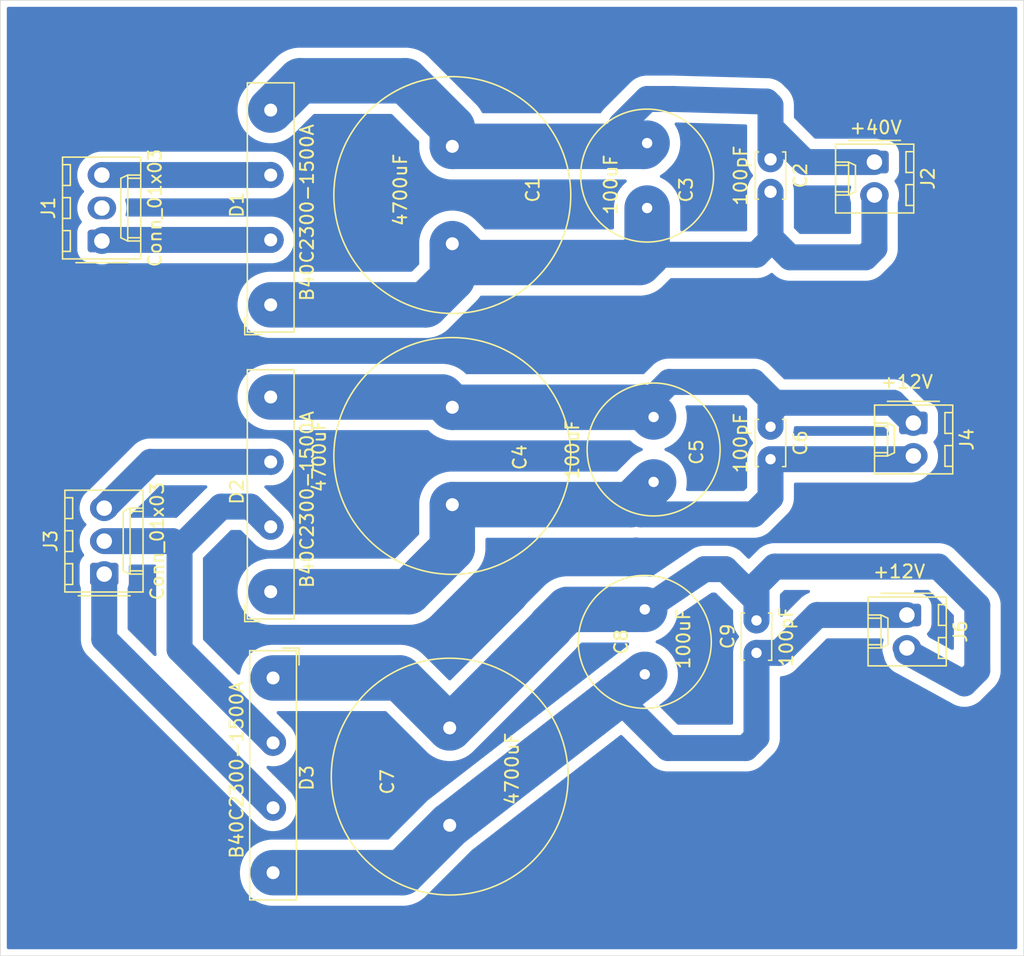
<source format=kicad_pcb>
(kicad_pcb (version 20240108) (generator "pcbnew") (generator_version "8.0")
  (layers (0 "F.Cu" signal) (31 "B.Cu" signal) (34 "B.Paste" user) (35 "F.Paste" user) (36 "B.SilkS" user "B.Silkscreen") (37 "F.SilkS" user "F.Silkscreen") (38 "B.Mask" user) (39 "F.Mask" user) (44 "Edge.Cuts" user))
  (net 0 "")
  (net 1 "Net-(D1-+)")
  (net 2 "Net-(D1--)")
  (net 3 "Net-(D2--)")
  (net 4 "Net-(D2-+)")
  (net 5 "Net-(D3--)")
  (net 6 "Net-(D3-+)")
  (net 7 "Net-(J1-Pin_1)")
  (net 8 "Net-(J1-Pin_3)")
  (net 9 "Net-(J3-Pin_3)")
  (net 10 "Net-(J3-Pin_2)")
  (net 11 "Net-(J3-Pin_1)")
  (footprint "Capacitor_THT:C_Radial_D10.0mm_H16.0mm_P5.00mm" (layer "F.Cu") (at 71.9 63.9 -90)
    (property "Reference" "C5" (at 2.7 -3.3 90) (layer "F.SilkS"))
    (property "Value" "100uF" (at 2.5 6.25 90) (layer "F.SilkS"))
    (fp_circle (center 2.5 0) (end 7.62 0) (stroke (width 0.12)) (fill none) (layer "F.SilkS"))
    (pad "1" thru_hole circle (at 0 0 270) (size 1.6 1.6) (drill 0.8) (layers "*.Cu" "*.Mask") (net 4 "Net-(D2-+)"))
    (pad "2" thru_hole circle (at 5 0 270) (size 1.6 1.6) (drill 0.8) (layers "*.Cu" "*.Mask") (net 3 "Net-(D2--)"))
  )
  (footprint "Capacitor_THT:C_Radial_D18.0mm_H35.5mm_P7.50mm" (layer "F.Cu") (at 56.2 95.35 90)
    (property "Reference" "C7" (at 3.35 -4.8 -90) (layer "F.SilkS"))
    (property "Value" "4700uF" (at 4.35 4.8 -90) (layer "F.SilkS"))
    (fp_circle (center 3.75 0) (end 12.87 0) (stroke (width 0.12)) (fill none) (layer "F.SilkS"))
    (pad "1" thru_hole circle (at 0 0 90) (size 2 2) (drill 1) (layers "*.Cu" "*.Mask") (net 6 "Net-(D3-+)"))
    (pad "2" thru_hole circle (at 7.5 0 90) (size 2 2) (drill 1) (layers "*.Cu" "*.Mask") (net 5 "Net-(D3--)"))
  )
  (footprint "Diode_THT:Diode_Bridge_19.0x3.5x10.0mm_P5.0mm" (layer "F.Cu") (at 42.4175 55.2575 90)
    (property "Reference" "D1" (at 7.7 -2.6 -90) (layer "F.SilkS"))
    (property "Value" "B40C2300-1500A" (at 7.1 2.8 -90) (layer "F.SilkS"))
    (fp_line (start -2.3 -2) (end -1 -2) (stroke (width 0.12)) (layer "F.SilkS"))
    (fp_line (start 17.1 -1.8) (end 17.1 1.8) (stroke (width 0.12)) (layer "F.SilkS"))
    (fp_line (start -2.1 -1.8) (end 17.1 -1.8) (stroke (width 0.12)) (layer "F.SilkS"))
    (fp_line (start -2.3 -0.7) (end -2.3 -2) (stroke (width 0.12)) (layer "F.SilkS"))
    (fp_line (start 17.1 1.8) (end -2.1 1.8) (stroke (width 0.12)) (layer "F.SilkS"))
    (fp_line (start -2.1 1.8) (end -2.1 -1.8) (stroke (width 0.12)) (layer "F.SilkS"))
    (pad "1" thru_hole rect (at 0 0 90) (size 2 2) (drill 1) (layers "*.Cu" "*.Mask") (net 2 "Net-(D1--)"))
    (pad "2" thru_hole circle (at 5 0 90) (size 2 2) (drill 1) (layers "*.Cu" "*.Mask") (net 7 "Net-(J1-Pin_1)"))
    (pad "3" thru_hole circle (at 10 0 90) (size 2 2) (drill 1) (layers "*.Cu" "*.Mask") (net 8 "Net-(J1-Pin_3)"))
    (pad "4" thru_hole circle (at 15 0 90) (size 2 2) (drill 1) (layers "*.Cu" "*.Mask") (net 1 "Net-(D1-+)"))
  )
  (footprint "Capacitor_THT:C_Radial_D10.0mm_H16.0mm_P5.00mm" (layer "F.Cu") (at 71.4 42.8 -90)
    (property "Reference" "C3" (at 3.6 -3 90) (layer "F.SilkS"))
    (property "Value" "100uF" (at 3.2 2.8 90) (layer "F.SilkS"))
    (fp_circle (center 2.5 0) (end 7.62 0) (stroke (width 0.12)) (fill none) (layer "F.SilkS"))
    (pad "1" thru_hole circle (at 0 0 270) (size 1.6 1.6) (drill 0.8) (layers "*.Cu" "*.Mask") (net 1 "Net-(D1-+)"))
    (pad "2" thru_hole circle (at 5 0 270) (size 1.6 1.6) (drill 0.8) (layers "*.Cu" "*.Mask") (net 2 "Net-(D1--)"))
  )
  (footprint "Capacitor_THT:C_Radial_D18.0mm_H35.5mm_P7.50mm" (layer "F.Cu") (at 56.4 63.15 -90)
    (property "Reference" "C4" (at 3.85 -5.2 90) (layer "F.SilkS"))
    (property "Value" "4700uF" (at 3.75 10.25 90) (layer "F.SilkS"))
    (fp_circle (center 3.75 0) (end 12.87 0) (stroke (width 0.12)) (fill none) (layer "F.SilkS"))
    (pad "1" thru_hole circle (at 0 0 270) (size 2 2) (drill 1) (layers "*.Cu" "*.Mask") (net 4 "Net-(D2-+)"))
    (pad "2" thru_hole circle (at 7.5 0 270) (size 2 2) (drill 1) (layers "*.Cu" "*.Mask") (net 3 "Net-(D2--)"))
  )
  (footprint "Connector_Molex:Molex_KK-254_AE-6410-02A_1x02_P2.54mm_Vertical" (layer "F.Cu") (at 91.4 79.15 -90)
    (property "Reference" "J6" (at 1.27 -4.12 90) (layer "F.SilkS"))
    (property "Value" "+12V" (at -3.35 0.6 180) (layer "F.SilkS"))
    (fp_line (start -1.38 2.99) (end 3.92 2.99) (stroke (width 0.12)) (layer "F.SilkS"))
    (fp_line (start 0 2.99) (end 0 1.99) (stroke (width 0.12)) (layer "F.SilkS"))
    (fp_line (start 0.25 2.99) (end 0.25 1.99) (stroke (width 0.12)) (layer "F.SilkS"))
    (fp_line (start 2.29 2.99) (end 2.29 1.99) (stroke (width 0.12)) (layer "F.SilkS"))
    (fp_line (start 3.92 2.99) (end 3.92 -3.03) (stroke (width 0.12)) (layer "F.SilkS"))
    (fp_line (start 0 1.99) (end 2.54 1.99) (stroke (width 0.12)) (layer "F.SilkS"))
    (fp_line (start 0 1.99) (end 0.25 1.46) (stroke (width 0.12)) (layer "F.SilkS"))
    (fp_line (start 2.54 1.99) (end 2.54 2.99) (stroke (width 0.12)) (layer "F.SilkS"))
    (fp_line (start 0.25 1.46) (end 2.29 1.46) (stroke (width 0.12)) (layer "F.SilkS"))
    (fp_line (start 2.29 1.46) (end 2.54 1.99) (stroke (width 0.12)) (layer "F.SilkS"))
    (fp_line (start -1.67 -2) (end -1.67 2) (stroke (width 0.12)) (layer "F.SilkS"))
    (fp_line (start -0.8 -2.43) (end 0.8 -2.43) (stroke (width 0.12)) (layer "F.SilkS"))
    (fp_line (start 0.8 -2.43) (end 0.8 -3.03) (stroke (width 0.12)) (layer "F.SilkS"))
    (fp_line (start 1.74 -2.43) (end 3.34 -2.43) (stroke (width 0.12)) (layer "F.SilkS"))
    (fp_line (start 3.34 -2.43) (end 3.34 -3.03) (stroke (width 0.12)) (layer "F.SilkS"))
    (fp_line (start -1.38 -3.03) (end -1.38 2.99) (stroke (width 0.12)) (layer "F.SilkS"))
    (fp_line (start -0.8 -3.03) (end -0.8 -2.43) (stroke (width 0.12)) (layer "F.SilkS"))
    (fp_line (start 1.74 -3.03) (end 1.74 -2.43) (stroke (width 0.12)) (layer "F.SilkS"))
    (fp_line (start 3.92 -3.03) (end -1.38 -3.03) (stroke (width 0.12)) (layer "F.SilkS"))
    (pad "1" thru_hole roundrect (at 0 0 270) (size 1.74 2.19) (drill 1.19) (layers "*.Cu" "*.Mask") (roundrect_rratio 0.143678) (net 6 "Net-(D3-+)"))
    (pad "2" thru_hole oval (at 2.54 0 270) (size 1.74 2.19) (drill 1.19) (layers "*.Cu" "*.Mask") (net 5 "Net-(D3--)"))
  )
  (footprint "Diode_THT:Diode_Bridge_19.0x3.5x10.0mm_P5.0mm" (layer "F.Cu") (at 42.6 84 -90)
    (property "Reference" "D3" (at 7.7 -2.6 90) (layer "F.SilkS"))
    (property "Value" "B40C2300-1500A" (at 7.1 2.8 90) (layer "F.SilkS"))
    (fp_line (start -2.1 1.8) (end -2.1 -1.8) (stroke (width 0.12)) (layer "F.SilkS"))
    (fp_line (start 17.1 1.8) (end -2.1 1.8) (stroke (width 0.12)) (layer "F.SilkS"))
    (fp_line (start -2.3 -0.7) (end -2.3 -2) (stroke (width 0.12)) (layer "F.SilkS"))
    (fp_line (start -2.1 -1.8) (end 17.1 -1.8) (stroke (width 0.12)) (layer "F.SilkS"))
    (fp_line (start 17.1 -1.8) (end 17.1 1.8) (stroke (width 0.12)) (layer "F.SilkS"))
    (fp_line (start -2.3 -2) (end -1 -2) (stroke (width 0.12)) (layer "F.SilkS"))
    (pad "1" thru_hole rect (at 0 0 270) (size 2 2) (drill 1) (layers "*.Cu" "*.Mask") (net 5 "Net-(D3--)"))
    (pad "2" thru_hole circle (at 5 0 270) (size 2 2) (drill 1) (layers "*.Cu" "*.Mask") (net 10 "Net-(J3-Pin_2)"))
    (pad "3" thru_hole circle (at 10 0 270) (size 2 2) (drill 1) (layers "*.Cu" "*.Mask") (net 11 "Net-(J3-Pin_1)"))
    (pad "4" thru_hole circle (at 15 0 270) (size 2 2) (drill 1) (layers "*.Cu" "*.Mask") (net 6 "Net-(D3-+)"))
  )
  (footprint "Capacitor_THT:C_Disc_D3.4mm_W2.1mm_P2.50mm" (layer "F.Cu") (at 80.9 44.05 -90)
    (property "Reference" "C2" (at 1.25 -2.3 90) (layer "F.SilkS"))
    (property "Value" "100pF" (at 1.25 2.3 90) (layer "F.SilkS"))
    (fp_line (start -0.57 1.17) (end 3.07 1.17) (stroke (width 0.12)) (layer "F.SilkS"))
    (fp_line (start -0.57 0.925) (end -0.57 1.17) (stroke (width 0.12)) (layer "F.SilkS"))
    (fp_line (start 3.07 0.925) (end 3.07 1.17) (stroke (width 0.12)) (layer "F.SilkS"))
    (fp_line (start -0.57 -1.17) (end -0.57 -0.925) (stroke (width 0.12)) (layer "F.SilkS"))
    (fp_line (start -0.57 -1.17) (end 3.07 -1.17) (stroke (width 0.12)) (layer "F.SilkS"))
    (fp_line (start 3.07 -1.17) (end 3.07 -0.925) (stroke (width 0.12)) (layer "F.SilkS"))
    (pad "1" thru_hole circle (at 0 0 270) (size 1.6 1.6) (drill 0.95) (layers "*.Cu" "*.Mask") (net 1 "Net-(D1-+)"))
    (pad "2" thru_hole circle (at 2.5 0 270) (size 1.6 1.6) (drill 0.95) (layers "*.Cu" "*.Mask") (net 2 "Net-(D1--)"))
  )
  (footprint "Capacitor_THT:C_Radial_D10.0mm_H16.0mm_P5.00mm" (layer "F.Cu") (at 71.22 83.72 90)
    (property "Reference" "C8" (at 2.5 -1.82 -90) (layer "F.SilkS"))
    (property "Value" "100uF" (at 2.72 2.98 -90) (layer "F.SilkS"))
    (fp_circle (center 2.5 0) (end 7.62 0) (stroke (width 0.12)) (fill none) (layer "F.SilkS"))
    (pad "1" thru_hole circle (at 0 0 90) (size 1.6 1.6) (drill 0.8) (layers "*.Cu" "*.Mask") (net 6 "Net-(D3-+)"))
    (pad "2" thru_hole circle (at 5 0 90) (size 1.6 1.6) (drill 0.8) (layers "*.Cu" "*.Mask") (net 5 "Net-(D3--)"))
  )
  (footprint "Capacitor_THT:C_Disc_D3.4mm_W2.1mm_P2.50mm" (layer "F.Cu") (at 80.9 64.65 -90)
    (property "Reference" "C6" (at 1.25 -2.3 90) (layer "F.SilkS"))
    (property "Value" "100pF" (at 1.25 2.3 90) (layer "F.SilkS"))
    (fp_line (start -0.57 1.17) (end 3.07 1.17) (stroke (width 0.12)) (layer "F.SilkS"))
    (fp_line (start -0.57 0.925) (end -0.57 1.17) (stroke (width 0.12)) (layer "F.SilkS"))
    (fp_line (start 3.07 0.925) (end 3.07 1.17) (stroke (width 0.12)) (layer "F.SilkS"))
    (fp_line (start -0.57 -1.17) (end -0.57 -0.925) (stroke (width 0.12)) (layer "F.SilkS"))
    (fp_line (start -0.57 -1.17) (end 3.07 -1.17) (stroke (width 0.12)) (layer "F.SilkS"))
    (fp_line (start 3.07 -1.17) (end 3.07 -0.925) (stroke (width 0.12)) (layer "F.SilkS"))
    (pad "1" thru_hole circle (at 0 0 270) (size 1.6 1.6) (drill 0.8) (layers "*.Cu" "*.Mask") (net 4 "Net-(D2-+)"))
    (pad "2" thru_hole circle (at 2.5 0 270) (size 1.6 1.6) (drill 0.8) (layers "*.Cu" "*.Mask") (net 3 "Net-(D2--)"))
  )
  (footprint "Connector_Molex:Molex_KK-254_AE-6410-03A_1x03_P2.54mm_Vertical" (layer "F.Cu") (at 29.42 50.34 90)
    (property "Reference" "J1" (at 2.54 -4.12 -90) (layer "F.SilkS"))
    (property "Value" "Conn_01x03" (at 2.54 4.08 -90) (layer "F.SilkS"))
    (fp_line (start 6.46 -3.03) (end -1.38 -3.03) (stroke (width 0.12)) (layer "F.SilkS"))
    (fp_line (start 4.28 -3.03) (end 4.28 -2.43) (stroke (width 0.12)) (layer "F.SilkS"))
    (fp_line (start 1.74 -3.03) (end 1.74 -2.43) (stroke (width 0.12)) (layer "F.SilkS"))
    (fp_line (start -0.8 -3.03) (end -0.8 -2.43) (stroke (width 0.12)) (layer "F.SilkS"))
    (fp_line (start -1.38 -3.03) (end -1.38 2.99) (stroke (width 0.12)) (layer "F.SilkS"))
    (fp_line (start 5.88 -2.43) (end 5.88 -3.03) (stroke (width 0.12)) (layer "F.SilkS"))
    (fp_line (start 4.28 -2.43) (end 5.88 -2.43) (stroke (width 0.12)) (layer "F.SilkS"))
    (fp_line (start 3.34 -2.43) (end 3.34 -3.03) (stroke (width 0.12)) (layer "F.SilkS"))
    (fp_line (start 1.74 -2.43) (end 3.34 -2.43) (stroke (width 0.12)) (layer "F.SilkS"))
    (fp_line (start 0.8 -2.43) (end 0.8 -3.03) (stroke (width 0.12)) (layer "F.SilkS"))
    (fp_line (start -0.8 -2.43) (end 0.8 -2.43) (stroke (width 0.12)) (layer "F.SilkS"))
    (fp_line (start -1.67 -2) (end -1.67 2) (stroke (width 0.12)) (layer "F.SilkS"))
    (fp_line (start 4.83 1.46) (end 5.08 1.99) (stroke (width 0.12)) (layer "F.SilkS"))
    (fp_line (start 0.25 1.46) (end 4.83 1.46) (stroke (width 0.12)) (layer "F.SilkS"))
    (fp_line (start 5.08 1.99) (end 5.08 2.99) (stroke (width 0.12)) (layer "F.SilkS"))
    (fp_line (start 0 1.99) (end 0.25 1.46) (stroke (width 0.12)) (layer "F.SilkS"))
    (fp_line (start 0 1.99) (end 5.08 1.99) (stroke (width 0.12)) (layer "F.SilkS"))
    (fp_line (start 6.46 2.99) (end 6.46 -3.03) (stroke (width 0.12)) (layer "F.SilkS"))
    (fp_line (start 4.83 2.99) (end 4.83 1.99) (stroke (width 0.12)) (layer "F.SilkS"))
    (fp_line (start 0.25 2.99) (end 0.25 1.99) (stroke (width 0.12)) (layer "F.SilkS"))
    (fp_line (start 0 2.99) (end 0 1.99) (stroke (width 0.12)) (layer "F.SilkS"))
    (fp_line (start -1.38 2.99) (end 6.46 2.99) (stroke (width 0.12)) (layer "F.SilkS"))
    (pad "1" thru_hole roundrect (at 0 0 90) (size 1.74 2.19) (drill 1.19) (layers "*.Cu" "*.Mask") (roundrect_rratio 0.143678) (net 7 "Net-(J1-Pin_1)"))
    (pad "2" thru_hole oval (at 2.54 0 90) (size 1.74 2.19) (drill 1.19) (layers "*.Cu" "*.Mask"))
    (pad "3" thru_hole oval (at 5.08 0 90) (size 1.74 2.19) (drill 1.19) (layers "*.Cu" "*.Mask") (net 8 "Net-(J1-Pin_3)"))
  )
  (footprint "Capacitor_THT:C_Disc_D3.4mm_W2.1mm_P2.50mm" (layer "F.Cu") (at 79.82 82.07 90)
    (property "Reference" "C9" (at 1.27 -2.22 -90) (layer "F.SilkS"))
    (property "Value" "100pF" (at 1.25 2.3 -90) (layer "F.SilkS"))
    (fp_line (start 3.07 -1.17) (end 3.07 -0.925) (stroke (width 0.12)) (layer "F.SilkS"))
    (fp_line (start -0.57 -1.17) (end 3.07 -1.17) (stroke (width 0.12)) (layer "F.SilkS"))
    (fp_line (start -0.57 -1.17) (end -0.57 -0.925) (stroke (width 0.12)) (layer "F.SilkS"))
    (fp_line (start 3.07 0.925) (end 3.07 1.17) (stroke (width 0.12)) (layer "F.SilkS"))
    (fp_line (start -0.57 0.925) (end -0.57 1.17) (stroke (width 0.12)) (layer "F.SilkS"))
    (fp_line (start -0.57 1.17) (end 3.07 1.17) (stroke (width 0.12)) (layer "F.SilkS"))
    (pad "1" thru_hole circle (at 0 0 90) (size 1.6 1.6) (drill 0.8) (layers "*.Cu" "*.Mask") (net 6 "Net-(D3-+)"))
    (pad "2" thru_hole circle (at 2.5 0 90) (size 1.6 1.6) (drill 0.8) (layers "*.Cu" "*.Mask") (net 5 "Net-(D3--)"))
  )
  (footprint "Connector_Molex:Molex_KK-254_AE-6410-02A_1x02_P2.54mm_Vertical" (layer "F.Cu") (at 88.9 44.26 -90)
    (property "Reference" "J2" (at 1.27 -4.12 90) (layer "F.SilkS"))
    (property "Value" "+40V" (at -2.66 -0.1 180) (layer "F.SilkS"))
    (fp_line (start -1.38 2.99) (end 3.92 2.99) (stroke (width 0.12)) (layer "F.SilkS"))
    (fp_line (start 0 2.99) (end 0 1.99) (stroke (width 0.12)) (layer "F.SilkS"))
    (fp_line (start 0.25 2.99) (end 0.25 1.99) (stroke (width 0.12)) (layer "F.SilkS"))
    (fp_line (start 2.29 2.99) (end 2.29 1.99) (stroke (width 0.12)) (layer "F.SilkS"))
    (fp_line (start 3.92 2.99) (end 3.92 -3.03) (stroke (width 0.12)) (layer "F.SilkS"))
    (fp_line (start 0 1.99) (end 2.54 1.99) (stroke (width 0.12)) (layer "F.SilkS"))
    (fp_line (start 0 1.99) (end 0.25 1.46) (stroke (width 0.12)) (layer "F.SilkS"))
    (fp_line (start 2.54 1.99) (end 2.54 2.99) (stroke (width 0.12)) (layer "F.SilkS"))
    (fp_line (start 0.25 1.46) (end 2.29 1.46) (stroke (width 0.12)) (layer "F.SilkS"))
    (fp_line (start 2.29 1.46) (end 2.54 1.99) (stroke (width 0.12)) (layer "F.SilkS"))
    (fp_line (start -1.67 -2) (end -1.67 2) (stroke (width 0.12)) (layer "F.SilkS"))
    (fp_line (start -0.8 -2.43) (end 0.8 -2.43) (stroke (width 0.12)) (layer "F.SilkS"))
    (fp_line (start 0.8 -2.43) (end 0.8 -3.03) (stroke (width 0.12)) (layer "F.SilkS"))
    (fp_line (start 1.74 -2.43) (end 3.34 -2.43) (stroke (width 0.12)) (layer "F.SilkS"))
    (fp_line (start 3.34 -2.43) (end 3.34 -3.03) (stroke (width 0.12)) (layer "F.SilkS"))
    (fp_line (start -1.38 -3.03) (end -1.38 2.99) (stroke (width 0.12)) (layer "F.SilkS"))
    (fp_line (start -0.8 -3.03) (end -0.8 -2.43) (stroke (width 0.12)) (layer "F.SilkS"))
    (fp_line (start 1.74 -3.03) (end 1.74 -2.43) (stroke (width 0.12)) (layer "F.SilkS"))
    (fp_line (start 3.92 -3.03) (end -1.38 -3.03) (stroke (width 0.12)) (layer "F.SilkS"))
    (pad "1" thru_hole roundrect (at 0 0 270) (size 1.74 2.19) (drill 1.19) (layers "*.Cu" "*.Mask") (roundrect_rratio 0.143678) (net 1 "Net-(D1-+)"))
    (pad "2" thru_hole oval (at 2.54 0 270) (size 1.74 2.19) (drill 1.19) (layers "*.Cu" "*.Mask") (net 2 "Net-(D1--)"))
  )
  (footprint "Diode_THT:Diode_Bridge_19.0x3.5x10.0mm_P5.0mm" (layer "F.Cu") (at 42.4175 77.3575 90)
    (property "Reference" "D2" (at 7.7 -2.6 -90) (layer "F.SilkS"))
    (property "Value" "B40C2300-1500A" (at 7.1 2.8 -90) (layer "F.SilkS"))
    (fp_line (start -2.3 -2) (end -1 -2) (stroke (width 0.12)) (layer "F.SilkS"))
    (fp_line (start 17.1 -1.8) (end 17.1 1.8) (stroke (width 0.12)) (layer "F.SilkS"))
    (fp_line (start -2.1 -1.8) (end 17.1 -1.8) (stroke (width 0.12)) (layer "F.SilkS"))
    (fp_line (start -2.3 -0.7) (end -2.3 -2) (stroke (width 0.12)) (layer "F.SilkS"))
    (fp_line (start 17.1 1.8) (end -2.1 1.8) (stroke (width 0.12)) (layer "F.SilkS"))
    (fp_line (start -2.1 1.8) (end -2.1 -1.8) (stroke (width 0.12)) (layer "F.SilkS"))
    (pad "1" thru_hole rect (at 0 0 90) (size 2 2) (drill 1) (layers "*.Cu" "*.Mask") (net 3 "Net-(D2--)"))
    (pad "2" thru_hole circle (at 5 0 90) (size 2 2) (drill 1) (layers "*.Cu" "*.Mask") (net 10 "Net-(J3-Pin_2)"))
    (pad "3" thru_hole circle (at 10 0 90) (size 2 2) (drill 1) (layers "*.Cu" "*.Mask") (net 9 "Net-(J3-Pin_3)"))
    (pad "4" thru_hole circle (at 15 0 90) (size 2 2) (drill 1) (layers "*.Cu" "*.Mask") (net 4 "Net-(D2-+)"))
  )
  (footprint "Connector_Molex:Molex_KK-254_AE-6410-02A_1x02_P2.54mm_Vertical" (layer "F.Cu") (at 91.9 64.36 -90)
    (property "Reference" "J4" (at 1.27 -4.12 90) (layer "F.SilkS"))
    (property "Value" "+12V" (at -3.16 0.5 180) (layer "F.SilkS"))
    (fp_line (start -1.38 2.99) (end 3.92 2.99) (stroke (width 0.12)) (layer "F.SilkS"))
    (fp_line (start 0 2.99) (end 0 1.99) (stroke (width 0.12)) (layer "F.SilkS"))
    (fp_line (start 0.25 2.99) (end 0.25 1.99) (stroke (width 0.12)) (layer "F.SilkS"))
    (fp_line (start 2.29 2.99) (end 2.29 1.99) (stroke (width 0.12)) (layer "F.SilkS"))
    (fp_line (start 3.92 2.99) (end 3.92 -3.03) (stroke (width 0.12)) (layer "F.SilkS"))
    (fp_line (start 0 1.99) (end 2.54 1.99) (stroke (width 0.12)) (layer "F.SilkS"))
    (fp_line (start 0 1.99) (end 0.25 1.46) (stroke (width 0.12)) (layer "F.SilkS"))
    (fp_line (start 2.54 1.99) (end 2.54 2.99) (stroke (width 0.12)) (layer "F.SilkS"))
    (fp_line (start 0.25 1.46) (end 2.29 1.46) (stroke (width 0.12)) (layer "F.SilkS"))
    (fp_line (start 2.29 1.46) (end 2.54 1.99) (stroke (width 0.12)) (layer "F.SilkS"))
    (fp_line (start -1.67 -2) (end -1.67 2) (stroke (width 0.12)) (layer "F.SilkS"))
    (fp_line (start -0.8 -2.43) (end 0.8 -2.43) (stroke (width 0.12)) (layer "F.SilkS"))
    (fp_line (start 0.8 -2.43) (end 0.8 -3.03) (stroke (width 0.12)) (layer "F.SilkS"))
    (fp_line (start 1.74 -2.43) (end 3.34 -2.43) (stroke (width 0.12)) (layer "F.SilkS"))
    (fp_line (start 3.34 -2.43) (end 3.34 -3.03) (stroke (width 0.12)) (layer "F.SilkS"))
    (fp_line (start -1.38 -3.03) (end -1.38 2.99) (stroke (width 0.12)) (layer "F.SilkS"))
    (fp_line (start -0.8 -3.03) (end -0.8 -2.43) (stroke (width 0.12)) (layer "F.SilkS"))
    (fp_line (start 1.74 -3.03) (end 1.74 -2.43) (stroke (width 0.12)) (layer "F.SilkS"))
    (fp_line (start 3.92 -3.03) (end -1.38 -3.03) (stroke (width 0.12)) (layer "F.SilkS"))
    (pad "1" thru_hole roundrect (at 0 0 270) (size 1.74 2.19) (drill 1.19) (layers "*.Cu" "*.Mask") (roundrect_rratio 0.143678) (net 4 "Net-(D2-+)"))
    (pad "2" thru_hole oval (at 2.54 0 270) (size 1.74 2.19) (drill 1.19) (layers "*.Cu" "*.Mask") (net 3 "Net-(D2--)"))
  )
  (footprint "Capacitor_THT:C_Radial_D18.0mm_H35.5mm_P7.50mm" (layer "F.Cu") (at 56.4 43.05 -90)
    (property "Reference" "C1" (at 3.35 -6.2 90) (layer "F.SilkS"))
    (property "Value" "4700uF" (at 3.35 4 90) (layer "F.SilkS"))
    (fp_circle (center 3.75 0) (end 12.87 0) (stroke (width 0.12)) (fill none) (layer "F.SilkS"))
    (pad "1" thru_hole circle (at 0 0 270) (size 2 2) (drill 1) (layers "*.Cu" "*.Mask") (net 1 "Net-(D1-+)"))
    (pad "2" thru_hole circle (at 7.5 0 270) (size 2 2) (drill 1) (layers "*.Cu" "*.Mask") (net 2 "Net-(D1--)"))
  )
  (footprint "Connector_Molex:Molex_KK-254_AE-6410-03A_1x03_P2.54mm_Vertical" (layer "F.Cu") (at 29.6 76 90)
    (property "Reference" "J3" (at 2.54 -4.12 -90) (layer "F.SilkS"))
    (property "Value" "Conn_01x03" (at 2.54 4.08 -90) (layer "F.SilkS"))
    (fp_line (start 6.46 -3.03) (end -1.38 -3.03) (stroke (width 0.12)) (layer "F.SilkS"))
    (fp_line (start 4.28 -3.03) (end 4.28 -2.43) (stroke (width 0.12)) (layer "F.SilkS"))
    (fp_line (start 1.74 -3.03) (end 1.74 -2.43) (stroke (width 0.12)) (layer "F.SilkS"))
    (fp_line (start -0.8 -3.03) (end -0.8 -2.43) (stroke (width 0.12)) (layer "F.SilkS"))
    (fp_line (start -1.38 -3.03) (end -1.38 2.99) (stroke (width 0.12)) (layer "F.SilkS"))
    (fp_line (start 5.88 -2.43) (end 5.88 -3.03) (stroke (width 0.12)) (layer "F.SilkS"))
    (fp_line (start 4.28 -2.43) (end 5.88 -2.43) (stroke (width 0.12)) (layer "F.SilkS"))
    (fp_line (start 3.34 -2.43) (end 3.34 -3.03) (stroke (width 0.12)) (layer "F.SilkS"))
    (fp_line (start 1.74 -2.43) (end 3.34 -2.43) (stroke (width 0.12)) (layer "F.SilkS"))
    (fp_line (start 0.8 -2.43) (end 0.8 -3.03) (stroke (width 0.12)) (layer "F.SilkS"))
    (fp_line (start -0.8 -2.43) (end 0.8 -2.43) (stroke (width 0.12)) (layer "F.SilkS"))
    (fp_line (start -1.67 -2) (end -1.67 2) (stroke (width 0.12)) (layer "F.SilkS"))
    (fp_line (start 4.83 1.46) (end 5.08 1.99) (stroke (width 0.12)) (layer "F.SilkS"))
    (fp_line (start 0.25 1.46) (end 4.83 1.46) (stroke (width 0.12)) (layer "F.SilkS"))
    (fp_line (start 5.08 1.99) (end 5.08 2.99) (stroke (width 0.12)) (layer "F.SilkS"))
    (fp_line (start 0 1.99) (end 0.25 1.46) (stroke (width 0.12)) (layer "F.SilkS"))
    (fp_line (start 0 1.99) (end 5.08 1.99) (stroke (width 0.12)) (layer "F.SilkS"))
    (fp_line (start 6.46 2.99) (end 6.46 -3.03) (stroke (width 0.12)) (layer "F.SilkS"))
    (fp_line (start 4.83 2.99) (end 4.83 1.99) (stroke (width 0.12)) (layer "F.SilkS"))
    (fp_line (start 0.25 2.99) (end 0.25 1.99) (stroke (width 0.12)) (layer "F.SilkS"))
    (fp_line (start 0 2.99) (end 0 1.99) (stroke (width 0.12)) (layer "F.SilkS"))
    (fp_line (start -1.38 2.99) (end 6.46 2.99) (stroke (width 0.12)) (layer "F.SilkS"))
    (pad "1" thru_hole roundrect (at 0 0 90) (size 1.74 2.19) (drill 1.19) (layers "*.Cu" "*.Mask") (roundrect_rratio 0.143678) (net 11 "Net-(J3-Pin_1)"))
    (pad "2" thru_hole oval (at 2.54 0 90) (size 1.74 2.19) (drill 1.19) (layers "*.Cu" "*.Mask") (net 10 "Net-(J3-Pin_2)"))
    (pad "3" thru_hole oval (at 5.08 0 90) (size 1.74 2.19) (drill 1.19) (layers "*.Cu" "*.Mask") (net 9 "Net-(J3-Pin_3)"))
  )
  (gr_rect (start 21.6 31.8) (end 100.4 105.4) (stroke (width 0.05)) (fill none) (layer "Edge.Cuts"))
  (segment (start 80.6 39.6) (end 73.4 39.4) (width 2) (layer "B.Cu") (net 1))
  (segment (start 52.8 38) (end 44.675 38) (width 3.5) (layer "B.Cu") (net 1))
  (segment (start 56.4 43.05) (end 56.4 41.6) (width 3.5) (layer "B.Cu") (net 1))
  (segment (start 69.4 43.05) (end 71.15 43.05) (width 3.5) (layer "B.Cu") (net 1))
  (segment (start 71.15 43.05) (end 71.4 42.8) (width 3.5) (layer "B.Cu") (net 1))
  (segment (start 80.9 44.05) (end 80.9 41.6) (width 2) (layer "B.Cu") (net 1))
  (segment (start 56.4 41.6) (end 52.8 38) (width 3.5) (layer "B.Cu") (net 1))
  (segment (start 80.9 41.6) (end 80.9 39.9) (width 2) (layer "B.Cu") (net 1))
  (segment (start 80.9 41.6) (end 83.56 44.26) (width 2) (layer "B.Cu") (net 1))
  (segment (start 71.4 39.4) (end 69.4 41.4) (width 2) (layer "B.Cu") (net 1))
  (segment (start 80.9 39.9) (end 80.6 39.6) (width 2) (layer "B.Cu") (net 1))
  (segment (start 44.675 38) (end 42.4175 40.2575) (width 3.5) (layer "B.Cu") (net 1))
  (segment (start 73.4 39.4) (end 71.4 39.4) (width 2) (layer "B.Cu") (net 1))
  (segment (start 83.56 44.26) (end 88.9 44.26) (width 2) (layer "B.Cu") (net 1))
  (segment (start 56.4 43.05) (end 69.4 43.05) (width 3.5) (layer "B.Cu") (net 1))
  (segment (start 69.4 41.4) (end 69.4 43.05) (width 2) (layer "B.Cu") (net 1))
  (segment (start 88.9 50.9) (end 88.9 46.8) (width 2) (layer "B.Cu") (net 2))
  (segment (start 80.9 50.3) (end 79.8 51.4) (width 2) (layer "B.Cu") (net 2))
  (segment (start 54.3425 55.2575) (end 42.4175 55.2575) (width 3.5) (layer "B.Cu") (net 2))
  (segment (start 80.9 46.55) (end 80.9 50.3) (width 2) (layer "B.Cu") (net 2))
  (segment (start 71.4 47.8) (end 71.4 51.4) (width 3.5) (layer "B.Cu") (net 2))
  (segment (start 88.2 51.6) (end 88.9 50.9) (width 2) (layer "B.Cu") (net 2))
  (segment (start 56.4 53.2) (end 54.3425 55.2575) (width 3.5) (layer "B.Cu") (net 2))
  (segment (start 80.9 50.1) (end 82.4 51.6) (width 2) (layer "B.Cu") (net 2))
  (segment (start 80.9 46.55) (end 80.9 50.1) (width 2) (layer "B.Cu") (net 2))
  (segment (start 70.8 52) (end 57.85 52) (width 3.5) (layer "B.Cu") (net 2))
  (segment (start 82.4 51.6) (end 88.2 51.6) (width 2) (layer "B.Cu") (net 2))
  (segment (start 79.8 51.4) (end 71.4 51.4) (width 2) (layer "B.Cu") (net 2))
  (segment (start 71.4 51.4) (end 70.8 52) (width 3.5) (layer "B.Cu") (net 2))
  (segment (start 56.4 50.55) (end 56.4 53.2) (width 3.5) (layer "B.Cu") (net 2))
  (segment (start 57.85 52) (end 56.4 50.55) (width 3.5) (layer "B.Cu") (net 2))
  (segment (start 80.9 70.1) (end 79.6 71.4) (width 2) (layer "B.Cu") (net 3))
  (segment (start 56.4 70.65) (end 70.15 70.65) (width 3.5) (layer "B.Cu") (net 3))
  (segment (start 80.9 67.15) (end 80.9 70.1) (width 2) (layer "B.Cu") (net 3))
  (segment (start 56.4 70.65) (end 56.4 74) (width 3.5) (layer "B.Cu") (net 3))
  (segment (start 80.9 67.15) (end 91.65 67.15) (width 2) (layer "B.Cu") (net 3))
  (segment (start 79.6 71.4) (end 70.9 71.4) (width 2) (layer "B.Cu") (net 3))
  (segment (start 53.0425 77.3575) (end 42.4175 77.3575) (width 3.5) (layer "B.Cu") (net 3))
  (segment (start 56.4 74) (end 53.0425 77.3575) (width 3.5) (layer "B.Cu") (net 3))
  (segment (start 70.15 70.65) (end 71.9 68.9) (width 3.5) (layer "B.Cu") (net 3))
  (segment (start 91.65 67.15) (end 91.9 66.9) (width 2) (layer "B.Cu") (net 3))
  (segment (start 70.9 71.4) (end 70.15 70.65) (width 2) (layer "B.Cu") (net 3))
  (segment (start 56.4 63.15) (end 71.15 63.15) (width 3.5) (layer "B.Cu") (net 4))
  (segment (start 80.9 64.65) (end 80.9 62.5) (width 2) (layer "B.Cu") (net 4))
  (segment (start 42.4175 62.3575) (end 55.6075 62.3575) (width 3.5) (layer "B.Cu") (net 4))
  (segment (start 81.6 62.8) (end 90.34 62.8) (width 2) (layer "B.Cu") (net 4))
  (segment (start 80.9 63.5) (end 81.6 62.8) (width 2) (layer "B.Cu") (net 4))
  (segment (start 55.6075 62.3575) (end 56.4 63.15) (width 3.5) (layer "B.Cu") (net 4))
  (segment (start 80.9 62.5) (end 79.6 61.2) (width 2) (layer "B.Cu") (net 4))
  (segment (start 73.1 61.2) (end 71.15 63.15) (width 2) (layer "B.Cu") (net 4))
  (segment (start 71.15 63.15) (end 71.9 63.9) (width 3.5) (layer "B.Cu") (net 4))
  (segment (start 79.6 61.2) (end 73.1 61.2) (width 2) (layer "B.Cu") (net 4))
  (segment (start 80.9 64.65) (end 80.9 63.5) (width 2) (layer "B.Cu") (net 4))
  (segment (start 90.34 62.8) (end 91.9 64.36) (width 2) (layer "B.Cu") (net 4))
  (segment (start 96.82 83.42) (end 95.82 84.42) (width 2) (layer "B.Cu") (net 5))
  (segment (start 52.35 84) (end 56.2 87.85) (width 3.5) (layer "B.Cu") (net 5))
  (segment (start 77.42 75.62) (end 75.82 75.62) (width 2) (layer "B.Cu") (net 5))
  (segment (start 91.4 82) (end 91.4 81.69) (width 2) (layer "B.Cu") (net 5))
  (segment (start 79.82 79.57) (end 79.82 78.02) (width 2) (layer "B.Cu") (net 5))
  (segment (start 79.82 76.82) (end 81.22 75.42) (width 2) (layer "B.Cu") (net 5))
  (segment (start 65.28 78.72) (end 71.22 78.72) (width 3.5) (layer "B.Cu") (net 5))
  (segment (start 93.82 75.42) (end 96.82 78.42) (width 2) (layer "B.Cu") (net 5))
  (segment (start 64 80.05) (end 64 80) (width 3.5) (layer "B.Cu") (net 5))
  (segment (start 79.82 79.57) (end 79.82 76.82) (width 2) (layer "B.Cu") (net 5))
  (segment (start 79.82 78.02) (end 77.42 75.62) (width 2) (layer "B.Cu") (net 5))
  (segment (start 56.2 87.85) (end 64 80.05) (width 3.5) (layer "B.Cu") (net 5))
  (segment (start 95.82 84.42) (end 91.4 82) (width 2) (layer "B.Cu") (net 5))
  (segment (start 75.82 75.62) (end 71.22 78.72) (width 2) (layer "B.Cu") (net 5))
  (segment (start 64 80) (end 65.28 78.72) (width 3.5) (layer "B.Cu") (net 5))
  (segment (start 42.6 84) (end 52.35 84) (width 3.5) (layer "B.Cu") (net 5))
  (segment (start 81.22 75.42) (end 93.82 75.42) (width 2) (layer "B.Cu") (net 5))
  (segment (start 96.82 78.42) (end 96.82 83.42) (width 2) (layer "B.Cu") (net 5))
  (segment (start 79.82 88.58) (end 79 89.4) (width 2) (layer "B.Cu") (net 6))
  (segment (start 52.55 99) (end 56.2 95.35) (width 3.5) (layer "B.Cu") (net 6))
  (segment (start 84.49 79.15) (end 91.4 79.15) (width 2) (layer "B.Cu") (net 6))
  (segment (start 79.82 82.07) (end 79.82 88.58) (width 2) (layer "B.Cu") (net 6))
  (segment (start 56.2 95.35) (end 69.021951 85.421951) (width 3.5) (layer "B.Cu") (net 6))
  (segment (start 81.57 82.07) (end 84.49 79.15) (width 2) (layer "B.Cu") (net 6))
  (segment (start 79 89.4) (end 73 89.4) (width 2) (layer "B.Cu") (net 6))
  (segment (start 42.6 99) (end 52.55 99) (width 3.5) (layer "B.Cu") (net 6))
  (segment (start 79.82 82.07) (end 81.57 82.07) (width 2) (layer "B.Cu") (net 6))
  (segment (start 69.021951 85.421951) (end 71.22 83.72) (width 3.5) (layer "B.Cu") (net 6))
  (segment (start 73 89.4) (end 69.021951 85.421951) (width 2) (layer "B.Cu") (net 6))
  (segment (start 42.4175 50.2575) (end 29.5025 50.2575) (width 2) (layer "B.Cu") (net 7))
  (segment (start 29.5025 50.2575) (end 29.42 50.34) (width 2) (layer "B.Cu") (net 7))
  (segment (start 42.4175 45.2575) (end 29.4225 45.2575) (width 2) (layer "B.Cu") (net 8))
  (segment (start 29.4225 45.2575) (end 29.42 45.26) (width 2) (layer "B.Cu") (net 8))
  (segment (start 29.6 70.92) (end 33.1625 67.3575) (width 2) (layer "B.Cu") (net 9))
  (segment (start 33.1625 67.3575) (end 42.4175 67.3575) (width 2) (layer "B.Cu") (net 9))
  (segment (start 35.4 81.8) (end 35.4 74) (width 2) (layer "B.Cu") (net 10))
  (segment (start 35.4 74) (end 38.6 70.8) (width 2) (layer "B.Cu") (net 10))
  (segment (start 40.86 70.8) (end 42.4175 72.3575) (width 2) (layer "B.Cu") (net 10))
  (segment (start 34.86 73.46) (end 29.6 73.46) (width 2) (layer "B.Cu") (net 10))
  (segment (start 42.6 89) (end 35.4 81.8) (width 2) (layer "B.Cu") (net 10))
  (segment (start 38.6 70.8) (end 40.86 70.8) (width 2) (layer "B.Cu") (net 10))
  (segment (start 35.4 74) (end 34.86 73.46) (width 2) (layer "B.Cu") (net 10))
  (segment (start 29.6 81) (end 29.6 76) (width 2) (layer "B.Cu") (net 11))
  (segment (start 42.6 94) (end 29.6 81) (width 2) (layer "B.Cu") (net 11))
  (zone (net 0) (net_name "") (layer "B.Cu") (connect_pads (clearance 0.8)) (min_thickness 0.25) (fill yes (thermal_gap 0.5) (thermal_bridge_width 0.5) (island_removal_mode 1) (island_area_min 10))
    (polygon (pts (xy 21.6 31.8) (xy 100.4 31.8) (xy 100.4 105.4) (xy 21.6 105.4)))
  )
)
</source>
